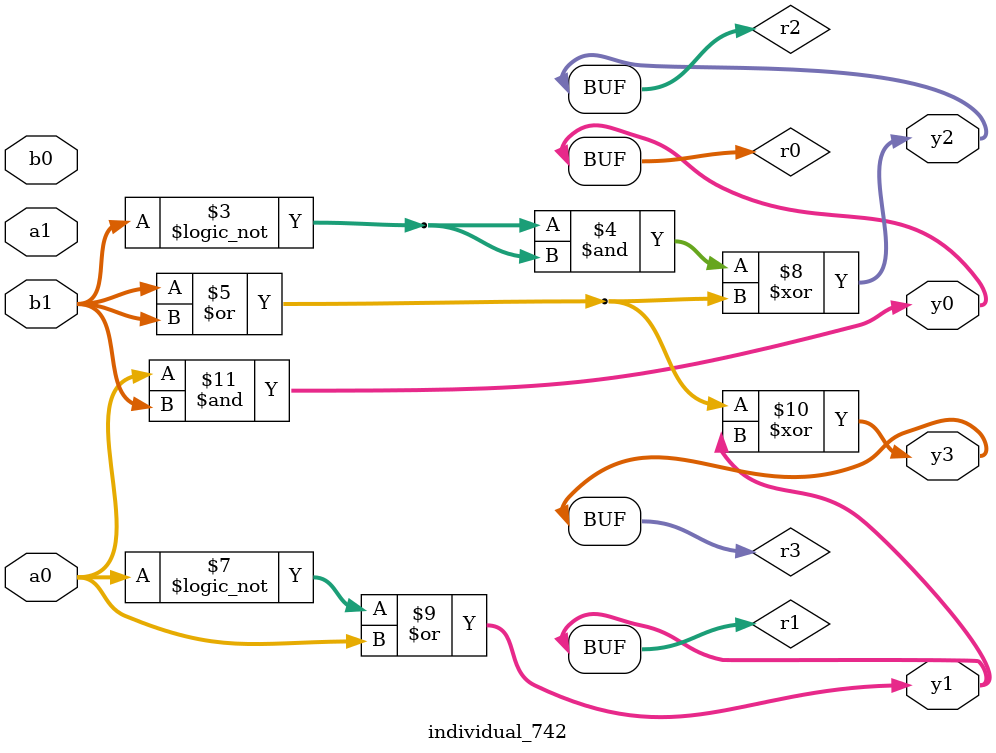
<source format=sv>
module individual_742(input logic [15:0] a1, input logic [15:0] a0, input logic [15:0] b1, input logic [15:0] b0, output logic [15:0] y3, output logic [15:0] y2, output logic [15:0] y1, output logic [15:0] y0);
logic [15:0] r0, r1, r2, r3; 
 always@(*) begin 
	 r0 = a0; r1 = a1; r2 = b0; r3 = b1; 
 	 r1  ^=  r0 ;
 	 r2 = ! b1 ;
 	 r2  &=  r2 ;
 	 r3  |=  b1 ;
 	 r1 = ! r2 ;
 	 r1 = ! r0 ;
 	 r2  ^=  r3 ;
 	 r1  |=  a0 ;
 	 r3  ^=  r1 ;
 	 r0  &=  b1 ;
 	 y3 = r3; y2 = r2; y1 = r1; y0 = r0; 
end
endmodule
</source>
